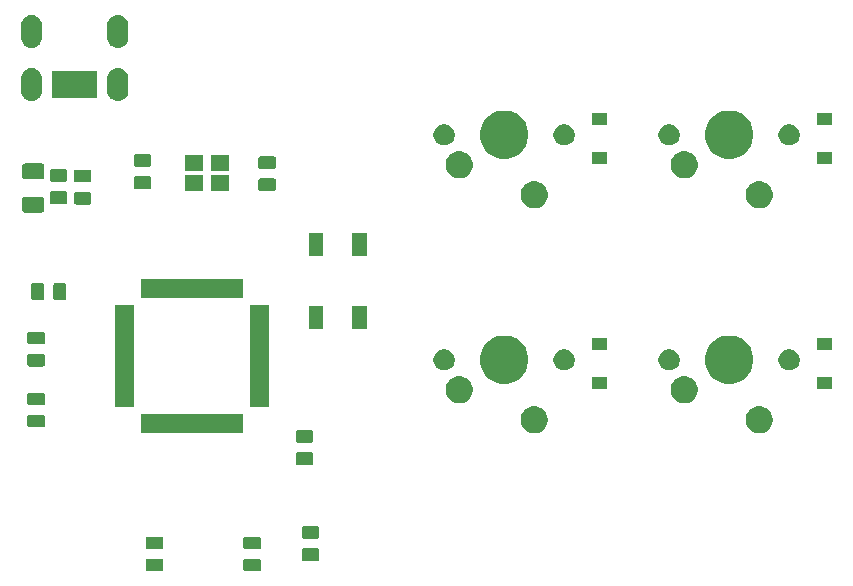
<source format=gbs>
G04 #@! TF.GenerationSoftware,KiCad,Pcbnew,(5.1.5)-3*
G04 #@! TF.CreationDate,2020-04-03T11:19:55-04:00*
G04 #@! TF.ProjectId,Claw10 PCB,436c6177-3130-4205-9043-422e6b696361,rev?*
G04 #@! TF.SameCoordinates,Original*
G04 #@! TF.FileFunction,Soldermask,Bot*
G04 #@! TF.FilePolarity,Negative*
%FSLAX46Y46*%
G04 Gerber Fmt 4.6, Leading zero omitted, Abs format (unit mm)*
G04 Created by KiCad (PCBNEW (5.1.5)-3) date 2020-04-03 11:19:55*
%MOMM*%
%LPD*%
G04 APERTURE LIST*
%ADD10C,0.100000*%
G04 APERTURE END LIST*
D10*
G36*
X62433468Y-64157565D02*
G01*
X62472138Y-64169296D01*
X62507777Y-64188346D01*
X62539017Y-64213983D01*
X62564654Y-64245223D01*
X62583704Y-64280862D01*
X62595435Y-64319532D01*
X62600000Y-64365888D01*
X62600000Y-65017112D01*
X62595435Y-65063468D01*
X62583704Y-65102138D01*
X62564654Y-65137777D01*
X62539017Y-65169017D01*
X62507777Y-65194654D01*
X62472138Y-65213704D01*
X62433468Y-65225435D01*
X62387112Y-65230000D01*
X61310888Y-65230000D01*
X61264532Y-65225435D01*
X61225862Y-65213704D01*
X61190223Y-65194654D01*
X61158983Y-65169017D01*
X61133346Y-65137777D01*
X61114296Y-65102138D01*
X61102565Y-65063468D01*
X61098000Y-65017112D01*
X61098000Y-64365888D01*
X61102565Y-64319532D01*
X61114296Y-64280862D01*
X61133346Y-64245223D01*
X61158983Y-64213983D01*
X61190223Y-64188346D01*
X61225862Y-64169296D01*
X61264532Y-64157565D01*
X61310888Y-64153000D01*
X62387112Y-64153000D01*
X62433468Y-64157565D01*
G37*
G36*
X54178468Y-64157565D02*
G01*
X54217138Y-64169296D01*
X54252777Y-64188346D01*
X54284017Y-64213983D01*
X54309654Y-64245223D01*
X54328704Y-64280862D01*
X54340435Y-64319532D01*
X54345000Y-64365888D01*
X54345000Y-65017112D01*
X54340435Y-65063468D01*
X54328704Y-65102138D01*
X54309654Y-65137777D01*
X54284017Y-65169017D01*
X54252777Y-65194654D01*
X54217138Y-65213704D01*
X54178468Y-65225435D01*
X54132112Y-65230000D01*
X53055888Y-65230000D01*
X53009532Y-65225435D01*
X52970862Y-65213704D01*
X52935223Y-65194654D01*
X52903983Y-65169017D01*
X52878346Y-65137777D01*
X52859296Y-65102138D01*
X52847565Y-65063468D01*
X52843000Y-65017112D01*
X52843000Y-64365888D01*
X52847565Y-64319532D01*
X52859296Y-64280862D01*
X52878346Y-64245223D01*
X52903983Y-64213983D01*
X52935223Y-64188346D01*
X52970862Y-64169296D01*
X53009532Y-64157565D01*
X53055888Y-64153000D01*
X54132112Y-64153000D01*
X54178468Y-64157565D01*
G37*
G36*
X67386468Y-63268565D02*
G01*
X67425138Y-63280296D01*
X67460777Y-63299346D01*
X67492017Y-63324983D01*
X67517654Y-63356223D01*
X67536704Y-63391862D01*
X67548435Y-63430532D01*
X67553000Y-63476888D01*
X67553000Y-64128112D01*
X67548435Y-64174468D01*
X67536704Y-64213138D01*
X67517654Y-64248777D01*
X67492017Y-64280017D01*
X67460777Y-64305654D01*
X67425138Y-64324704D01*
X67386468Y-64336435D01*
X67340112Y-64341000D01*
X66263888Y-64341000D01*
X66217532Y-64336435D01*
X66178862Y-64324704D01*
X66143223Y-64305654D01*
X66111983Y-64280017D01*
X66086346Y-64248777D01*
X66067296Y-64213138D01*
X66055565Y-64174468D01*
X66051000Y-64128112D01*
X66051000Y-63476888D01*
X66055565Y-63430532D01*
X66067296Y-63391862D01*
X66086346Y-63356223D01*
X66111983Y-63324983D01*
X66143223Y-63299346D01*
X66178862Y-63280296D01*
X66217532Y-63268565D01*
X66263888Y-63264000D01*
X67340112Y-63264000D01*
X67386468Y-63268565D01*
G37*
G36*
X54178468Y-62282565D02*
G01*
X54217138Y-62294296D01*
X54252777Y-62313346D01*
X54284017Y-62338983D01*
X54309654Y-62370223D01*
X54328704Y-62405862D01*
X54340435Y-62444532D01*
X54345000Y-62490888D01*
X54345000Y-63142112D01*
X54340435Y-63188468D01*
X54328704Y-63227138D01*
X54309654Y-63262777D01*
X54284017Y-63294017D01*
X54252777Y-63319654D01*
X54217138Y-63338704D01*
X54178468Y-63350435D01*
X54132112Y-63355000D01*
X53055888Y-63355000D01*
X53009532Y-63350435D01*
X52970862Y-63338704D01*
X52935223Y-63319654D01*
X52903983Y-63294017D01*
X52878346Y-63262777D01*
X52859296Y-63227138D01*
X52847565Y-63188468D01*
X52843000Y-63142112D01*
X52843000Y-62490888D01*
X52847565Y-62444532D01*
X52859296Y-62405862D01*
X52878346Y-62370223D01*
X52903983Y-62338983D01*
X52935223Y-62313346D01*
X52970862Y-62294296D01*
X53009532Y-62282565D01*
X53055888Y-62278000D01*
X54132112Y-62278000D01*
X54178468Y-62282565D01*
G37*
G36*
X62433468Y-62282565D02*
G01*
X62472138Y-62294296D01*
X62507777Y-62313346D01*
X62539017Y-62338983D01*
X62564654Y-62370223D01*
X62583704Y-62405862D01*
X62595435Y-62444532D01*
X62600000Y-62490888D01*
X62600000Y-63142112D01*
X62595435Y-63188468D01*
X62583704Y-63227138D01*
X62564654Y-63262777D01*
X62539017Y-63294017D01*
X62507777Y-63319654D01*
X62472138Y-63338704D01*
X62433468Y-63350435D01*
X62387112Y-63355000D01*
X61310888Y-63355000D01*
X61264532Y-63350435D01*
X61225862Y-63338704D01*
X61190223Y-63319654D01*
X61158983Y-63294017D01*
X61133346Y-63262777D01*
X61114296Y-63227138D01*
X61102565Y-63188468D01*
X61098000Y-63142112D01*
X61098000Y-62490888D01*
X61102565Y-62444532D01*
X61114296Y-62405862D01*
X61133346Y-62370223D01*
X61158983Y-62338983D01*
X61190223Y-62313346D01*
X61225862Y-62294296D01*
X61264532Y-62282565D01*
X61310888Y-62278000D01*
X62387112Y-62278000D01*
X62433468Y-62282565D01*
G37*
G36*
X67386468Y-61393565D02*
G01*
X67425138Y-61405296D01*
X67460777Y-61424346D01*
X67492017Y-61449983D01*
X67517654Y-61481223D01*
X67536704Y-61516862D01*
X67548435Y-61555532D01*
X67553000Y-61601888D01*
X67553000Y-62253112D01*
X67548435Y-62299468D01*
X67536704Y-62338138D01*
X67517654Y-62373777D01*
X67492017Y-62405017D01*
X67460777Y-62430654D01*
X67425138Y-62449704D01*
X67386468Y-62461435D01*
X67340112Y-62466000D01*
X66263888Y-62466000D01*
X66217532Y-62461435D01*
X66178862Y-62449704D01*
X66143223Y-62430654D01*
X66111983Y-62405017D01*
X66086346Y-62373777D01*
X66067296Y-62338138D01*
X66055565Y-62299468D01*
X66051000Y-62253112D01*
X66051000Y-61601888D01*
X66055565Y-61555532D01*
X66067296Y-61516862D01*
X66086346Y-61481223D01*
X66111983Y-61449983D01*
X66143223Y-61424346D01*
X66178862Y-61405296D01*
X66217532Y-61393565D01*
X66263888Y-61389000D01*
X67340112Y-61389000D01*
X67386468Y-61393565D01*
G37*
G36*
X66878468Y-55140565D02*
G01*
X66917138Y-55152296D01*
X66952777Y-55171346D01*
X66984017Y-55196983D01*
X67009654Y-55228223D01*
X67028704Y-55263862D01*
X67040435Y-55302532D01*
X67045000Y-55348888D01*
X67045000Y-56000112D01*
X67040435Y-56046468D01*
X67028704Y-56085138D01*
X67009654Y-56120777D01*
X66984017Y-56152017D01*
X66952777Y-56177654D01*
X66917138Y-56196704D01*
X66878468Y-56208435D01*
X66832112Y-56213000D01*
X65755888Y-56213000D01*
X65709532Y-56208435D01*
X65670862Y-56196704D01*
X65635223Y-56177654D01*
X65603983Y-56152017D01*
X65578346Y-56120777D01*
X65559296Y-56085138D01*
X65547565Y-56046468D01*
X65543000Y-56000112D01*
X65543000Y-55348888D01*
X65547565Y-55302532D01*
X65559296Y-55263862D01*
X65578346Y-55228223D01*
X65603983Y-55196983D01*
X65635223Y-55171346D01*
X65670862Y-55152296D01*
X65709532Y-55140565D01*
X65755888Y-55136000D01*
X66832112Y-55136000D01*
X66878468Y-55140565D01*
G37*
G36*
X66878468Y-53265565D02*
G01*
X66917138Y-53277296D01*
X66952777Y-53296346D01*
X66984017Y-53321983D01*
X67009654Y-53353223D01*
X67028704Y-53388862D01*
X67040435Y-53427532D01*
X67045000Y-53473888D01*
X67045000Y-54125112D01*
X67040435Y-54171468D01*
X67028704Y-54210138D01*
X67009654Y-54245777D01*
X66984017Y-54277017D01*
X66952777Y-54302654D01*
X66917138Y-54321704D01*
X66878468Y-54333435D01*
X66832112Y-54338000D01*
X65755888Y-54338000D01*
X65709532Y-54333435D01*
X65670862Y-54321704D01*
X65635223Y-54302654D01*
X65603983Y-54277017D01*
X65578346Y-54245777D01*
X65559296Y-54210138D01*
X65547565Y-54171468D01*
X65543000Y-54125112D01*
X65543000Y-53473888D01*
X65547565Y-53427532D01*
X65559296Y-53388862D01*
X65578346Y-53353223D01*
X65603983Y-53321983D01*
X65635223Y-53296346D01*
X65670862Y-53277296D01*
X65709532Y-53265565D01*
X65755888Y-53261000D01*
X66832112Y-53261000D01*
X66878468Y-53265565D01*
G37*
G36*
X85949549Y-51258616D02*
G01*
X86060734Y-51280732D01*
X86270203Y-51367497D01*
X86458720Y-51493460D01*
X86619040Y-51653780D01*
X86745003Y-51842297D01*
X86826837Y-52039861D01*
X86831768Y-52051767D01*
X86856060Y-52173888D01*
X86876000Y-52274136D01*
X86876000Y-52500864D01*
X86831768Y-52723234D01*
X86745003Y-52932703D01*
X86619040Y-53121220D01*
X86458720Y-53281540D01*
X86270203Y-53407503D01*
X86060734Y-53494268D01*
X85949549Y-53516384D01*
X85838365Y-53538500D01*
X85611635Y-53538500D01*
X85500451Y-53516384D01*
X85389266Y-53494268D01*
X85179797Y-53407503D01*
X84991280Y-53281540D01*
X84830960Y-53121220D01*
X84704997Y-52932703D01*
X84618232Y-52723234D01*
X84574000Y-52500864D01*
X84574000Y-52274136D01*
X84593941Y-52173888D01*
X84618232Y-52051767D01*
X84623164Y-52039861D01*
X84704997Y-51842297D01*
X84830960Y-51653780D01*
X84991280Y-51493460D01*
X85179797Y-51367497D01*
X85389266Y-51280732D01*
X85500451Y-51258616D01*
X85611635Y-51236500D01*
X85838365Y-51236500D01*
X85949549Y-51258616D01*
G37*
G36*
X104999549Y-51258616D02*
G01*
X105110734Y-51280732D01*
X105320203Y-51367497D01*
X105508720Y-51493460D01*
X105669040Y-51653780D01*
X105795003Y-51842297D01*
X105876837Y-52039861D01*
X105881768Y-52051767D01*
X105906060Y-52173888D01*
X105926000Y-52274136D01*
X105926000Y-52500864D01*
X105881768Y-52723234D01*
X105795003Y-52932703D01*
X105669040Y-53121220D01*
X105508720Y-53281540D01*
X105320203Y-53407503D01*
X105110734Y-53494268D01*
X104999549Y-53516384D01*
X104888365Y-53538500D01*
X104661635Y-53538500D01*
X104550451Y-53516384D01*
X104439266Y-53494268D01*
X104229797Y-53407503D01*
X104041280Y-53281540D01*
X103880960Y-53121220D01*
X103754997Y-52932703D01*
X103668232Y-52723234D01*
X103624000Y-52500864D01*
X103624000Y-52274136D01*
X103643941Y-52173888D01*
X103668232Y-52051767D01*
X103673164Y-52039861D01*
X103754997Y-51842297D01*
X103880960Y-51653780D01*
X104041280Y-51493460D01*
X104229797Y-51367497D01*
X104439266Y-51280732D01*
X104550451Y-51258616D01*
X104661635Y-51236500D01*
X104888365Y-51236500D01*
X104999549Y-51258616D01*
G37*
G36*
X61095000Y-53491000D02*
G01*
X52443000Y-53491000D01*
X52443000Y-51889000D01*
X61095000Y-51889000D01*
X61095000Y-53491000D01*
G37*
G36*
X44145468Y-51965565D02*
G01*
X44184138Y-51977296D01*
X44219777Y-51996346D01*
X44251017Y-52021983D01*
X44276654Y-52053223D01*
X44295704Y-52088862D01*
X44307435Y-52127532D01*
X44312000Y-52173888D01*
X44312000Y-52825112D01*
X44307435Y-52871468D01*
X44295704Y-52910138D01*
X44276654Y-52945777D01*
X44251017Y-52977017D01*
X44219777Y-53002654D01*
X44184138Y-53021704D01*
X44145468Y-53033435D01*
X44099112Y-53038000D01*
X43022888Y-53038000D01*
X42976532Y-53033435D01*
X42937862Y-53021704D01*
X42902223Y-53002654D01*
X42870983Y-52977017D01*
X42845346Y-52945777D01*
X42826296Y-52910138D01*
X42814565Y-52871468D01*
X42810000Y-52825112D01*
X42810000Y-52173888D01*
X42814565Y-52127532D01*
X42826296Y-52088862D01*
X42845346Y-52053223D01*
X42870983Y-52021983D01*
X42902223Y-51996346D01*
X42937862Y-51977296D01*
X42976532Y-51965565D01*
X43022888Y-51961000D01*
X44099112Y-51961000D01*
X44145468Y-51965565D01*
G37*
G36*
X63270000Y-51316000D02*
G01*
X61668000Y-51316000D01*
X61668000Y-42664000D01*
X63270000Y-42664000D01*
X63270000Y-51316000D01*
G37*
G36*
X51870000Y-51316000D02*
G01*
X50268000Y-51316000D01*
X50268000Y-42664000D01*
X51870000Y-42664000D01*
X51870000Y-51316000D01*
G37*
G36*
X44145468Y-50090565D02*
G01*
X44184138Y-50102296D01*
X44219777Y-50121346D01*
X44251017Y-50146983D01*
X44276654Y-50178223D01*
X44295704Y-50213862D01*
X44307435Y-50252532D01*
X44312000Y-50298888D01*
X44312000Y-50950112D01*
X44307435Y-50996468D01*
X44295704Y-51035138D01*
X44276654Y-51070777D01*
X44251017Y-51102017D01*
X44219777Y-51127654D01*
X44184138Y-51146704D01*
X44145468Y-51158435D01*
X44099112Y-51163000D01*
X43022888Y-51163000D01*
X42976532Y-51158435D01*
X42937862Y-51146704D01*
X42902223Y-51127654D01*
X42870983Y-51102017D01*
X42845346Y-51070777D01*
X42826296Y-51035138D01*
X42814565Y-50996468D01*
X42810000Y-50950112D01*
X42810000Y-50298888D01*
X42814565Y-50252532D01*
X42826296Y-50213862D01*
X42845346Y-50178223D01*
X42870983Y-50146983D01*
X42902223Y-50121346D01*
X42937862Y-50102296D01*
X42976532Y-50090565D01*
X43022888Y-50086000D01*
X44099112Y-50086000D01*
X44145468Y-50090565D01*
G37*
G36*
X98649549Y-48718616D02*
G01*
X98760734Y-48740732D01*
X98970203Y-48827497D01*
X99158720Y-48953460D01*
X99319040Y-49113780D01*
X99445003Y-49302297D01*
X99531768Y-49511766D01*
X99576000Y-49734136D01*
X99576000Y-49960864D01*
X99531768Y-50183234D01*
X99445003Y-50392703D01*
X99319040Y-50581220D01*
X99158720Y-50741540D01*
X98970203Y-50867503D01*
X98760734Y-50954268D01*
X98649549Y-50976384D01*
X98538365Y-50998500D01*
X98311635Y-50998500D01*
X98200451Y-50976384D01*
X98089266Y-50954268D01*
X97879797Y-50867503D01*
X97691280Y-50741540D01*
X97530960Y-50581220D01*
X97404997Y-50392703D01*
X97318232Y-50183234D01*
X97274000Y-49960864D01*
X97274000Y-49734136D01*
X97318232Y-49511766D01*
X97404997Y-49302297D01*
X97530960Y-49113780D01*
X97691280Y-48953460D01*
X97879797Y-48827497D01*
X98089266Y-48740732D01*
X98200451Y-48718616D01*
X98311635Y-48696500D01*
X98538365Y-48696500D01*
X98649549Y-48718616D01*
G37*
G36*
X79599549Y-48718616D02*
G01*
X79710734Y-48740732D01*
X79920203Y-48827497D01*
X80108720Y-48953460D01*
X80269040Y-49113780D01*
X80395003Y-49302297D01*
X80481768Y-49511766D01*
X80526000Y-49734136D01*
X80526000Y-49960864D01*
X80481768Y-50183234D01*
X80395003Y-50392703D01*
X80269040Y-50581220D01*
X80108720Y-50741540D01*
X79920203Y-50867503D01*
X79710734Y-50954268D01*
X79599549Y-50976384D01*
X79488365Y-50998500D01*
X79261635Y-50998500D01*
X79150451Y-50976384D01*
X79039266Y-50954268D01*
X78829797Y-50867503D01*
X78641280Y-50741540D01*
X78480960Y-50581220D01*
X78354997Y-50392703D01*
X78268232Y-50183234D01*
X78224000Y-49960864D01*
X78224000Y-49734136D01*
X78268232Y-49511766D01*
X78354997Y-49302297D01*
X78480960Y-49113780D01*
X78641280Y-48953460D01*
X78829797Y-48827497D01*
X79039266Y-48740732D01*
X79150451Y-48718616D01*
X79261635Y-48696500D01*
X79488365Y-48696500D01*
X79599549Y-48718616D01*
G37*
G36*
X110982250Y-49776000D02*
G01*
X109680250Y-49776000D01*
X109680250Y-48774000D01*
X110982250Y-48774000D01*
X110982250Y-49776000D01*
G37*
G36*
X91932250Y-49776000D02*
G01*
X90630250Y-49776000D01*
X90630250Y-48774000D01*
X91932250Y-48774000D01*
X91932250Y-49776000D01*
G37*
G36*
X83783254Y-45335318D02*
G01*
X84118062Y-45474000D01*
X84156513Y-45489927D01*
X84492436Y-45714384D01*
X84778116Y-46000064D01*
X85002574Y-46335989D01*
X85157182Y-46709246D01*
X85236000Y-47105493D01*
X85236000Y-47509507D01*
X85157182Y-47905754D01*
X85008792Y-48264000D01*
X85002573Y-48279013D01*
X84778116Y-48614936D01*
X84492436Y-48900616D01*
X84156513Y-49125073D01*
X84156512Y-49125074D01*
X84156511Y-49125074D01*
X83783254Y-49279682D01*
X83387007Y-49358500D01*
X82982993Y-49358500D01*
X82586746Y-49279682D01*
X82213489Y-49125074D01*
X82213488Y-49125074D01*
X82213487Y-49125073D01*
X81877564Y-48900616D01*
X81591884Y-48614936D01*
X81367427Y-48279013D01*
X81361208Y-48264000D01*
X81212818Y-47905754D01*
X81134000Y-47509507D01*
X81134000Y-47105493D01*
X81212818Y-46709246D01*
X81367426Y-46335989D01*
X81591884Y-46000064D01*
X81877564Y-45714384D01*
X82213487Y-45489927D01*
X82251938Y-45474000D01*
X82586746Y-45335318D01*
X82982993Y-45256500D01*
X83387007Y-45256500D01*
X83783254Y-45335318D01*
G37*
G36*
X102833254Y-45335318D02*
G01*
X103168062Y-45474000D01*
X103206513Y-45489927D01*
X103542436Y-45714384D01*
X103828116Y-46000064D01*
X104052574Y-46335989D01*
X104207182Y-46709246D01*
X104286000Y-47105493D01*
X104286000Y-47509507D01*
X104207182Y-47905754D01*
X104058792Y-48264000D01*
X104052573Y-48279013D01*
X103828116Y-48614936D01*
X103542436Y-48900616D01*
X103206513Y-49125073D01*
X103206512Y-49125074D01*
X103206511Y-49125074D01*
X102833254Y-49279682D01*
X102437007Y-49358500D01*
X102032993Y-49358500D01*
X101636746Y-49279682D01*
X101263489Y-49125074D01*
X101263488Y-49125074D01*
X101263487Y-49125073D01*
X100927564Y-48900616D01*
X100641884Y-48614936D01*
X100417427Y-48279013D01*
X100411208Y-48264000D01*
X100262818Y-47905754D01*
X100184000Y-47509507D01*
X100184000Y-47105493D01*
X100262818Y-46709246D01*
X100417426Y-46335989D01*
X100641884Y-46000064D01*
X100927564Y-45714384D01*
X101263487Y-45489927D01*
X101301938Y-45474000D01*
X101636746Y-45335318D01*
X102032993Y-45256500D01*
X102437007Y-45256500D01*
X102833254Y-45335318D01*
G37*
G36*
X97268512Y-46411427D02*
G01*
X97417812Y-46441124D01*
X97581784Y-46509044D01*
X97729354Y-46607647D01*
X97854853Y-46733146D01*
X97953456Y-46880716D01*
X98021376Y-47044688D01*
X98056000Y-47218759D01*
X98056000Y-47396241D01*
X98021376Y-47570312D01*
X97953456Y-47734284D01*
X97854853Y-47881854D01*
X97729354Y-48007353D01*
X97581784Y-48105956D01*
X97417812Y-48173876D01*
X97268512Y-48203573D01*
X97243742Y-48208500D01*
X97066258Y-48208500D01*
X97041488Y-48203573D01*
X96892188Y-48173876D01*
X96728216Y-48105956D01*
X96580646Y-48007353D01*
X96455147Y-47881854D01*
X96356544Y-47734284D01*
X96288624Y-47570312D01*
X96254000Y-47396241D01*
X96254000Y-47218759D01*
X96288624Y-47044688D01*
X96356544Y-46880716D01*
X96455147Y-46733146D01*
X96580646Y-46607647D01*
X96728216Y-46509044D01*
X96892188Y-46441124D01*
X97041488Y-46411427D01*
X97066258Y-46406500D01*
X97243742Y-46406500D01*
X97268512Y-46411427D01*
G37*
G36*
X107428512Y-46411427D02*
G01*
X107577812Y-46441124D01*
X107741784Y-46509044D01*
X107889354Y-46607647D01*
X108014853Y-46733146D01*
X108113456Y-46880716D01*
X108181376Y-47044688D01*
X108216000Y-47218759D01*
X108216000Y-47396241D01*
X108181376Y-47570312D01*
X108113456Y-47734284D01*
X108014853Y-47881854D01*
X107889354Y-48007353D01*
X107741784Y-48105956D01*
X107577812Y-48173876D01*
X107428512Y-48203573D01*
X107403742Y-48208500D01*
X107226258Y-48208500D01*
X107201488Y-48203573D01*
X107052188Y-48173876D01*
X106888216Y-48105956D01*
X106740646Y-48007353D01*
X106615147Y-47881854D01*
X106516544Y-47734284D01*
X106448624Y-47570312D01*
X106414000Y-47396241D01*
X106414000Y-47218759D01*
X106448624Y-47044688D01*
X106516544Y-46880716D01*
X106615147Y-46733146D01*
X106740646Y-46607647D01*
X106888216Y-46509044D01*
X107052188Y-46441124D01*
X107201488Y-46411427D01*
X107226258Y-46406500D01*
X107403742Y-46406500D01*
X107428512Y-46411427D01*
G37*
G36*
X88378512Y-46411427D02*
G01*
X88527812Y-46441124D01*
X88691784Y-46509044D01*
X88839354Y-46607647D01*
X88964853Y-46733146D01*
X89063456Y-46880716D01*
X89131376Y-47044688D01*
X89166000Y-47218759D01*
X89166000Y-47396241D01*
X89131376Y-47570312D01*
X89063456Y-47734284D01*
X88964853Y-47881854D01*
X88839354Y-48007353D01*
X88691784Y-48105956D01*
X88527812Y-48173876D01*
X88378512Y-48203573D01*
X88353742Y-48208500D01*
X88176258Y-48208500D01*
X88151488Y-48203573D01*
X88002188Y-48173876D01*
X87838216Y-48105956D01*
X87690646Y-48007353D01*
X87565147Y-47881854D01*
X87466544Y-47734284D01*
X87398624Y-47570312D01*
X87364000Y-47396241D01*
X87364000Y-47218759D01*
X87398624Y-47044688D01*
X87466544Y-46880716D01*
X87565147Y-46733146D01*
X87690646Y-46607647D01*
X87838216Y-46509044D01*
X88002188Y-46441124D01*
X88151488Y-46411427D01*
X88176258Y-46406500D01*
X88353742Y-46406500D01*
X88378512Y-46411427D01*
G37*
G36*
X78218512Y-46411427D02*
G01*
X78367812Y-46441124D01*
X78531784Y-46509044D01*
X78679354Y-46607647D01*
X78804853Y-46733146D01*
X78903456Y-46880716D01*
X78971376Y-47044688D01*
X79006000Y-47218759D01*
X79006000Y-47396241D01*
X78971376Y-47570312D01*
X78903456Y-47734284D01*
X78804853Y-47881854D01*
X78679354Y-48007353D01*
X78531784Y-48105956D01*
X78367812Y-48173876D01*
X78218512Y-48203573D01*
X78193742Y-48208500D01*
X78016258Y-48208500D01*
X77991488Y-48203573D01*
X77842188Y-48173876D01*
X77678216Y-48105956D01*
X77530646Y-48007353D01*
X77405147Y-47881854D01*
X77306544Y-47734284D01*
X77238624Y-47570312D01*
X77204000Y-47396241D01*
X77204000Y-47218759D01*
X77238624Y-47044688D01*
X77306544Y-46880716D01*
X77405147Y-46733146D01*
X77530646Y-46607647D01*
X77678216Y-46509044D01*
X77842188Y-46441124D01*
X77991488Y-46411427D01*
X78016258Y-46406500D01*
X78193742Y-46406500D01*
X78218512Y-46411427D01*
G37*
G36*
X44145468Y-46807065D02*
G01*
X44184138Y-46818796D01*
X44219777Y-46837846D01*
X44251017Y-46863483D01*
X44276654Y-46894723D01*
X44295704Y-46930362D01*
X44307435Y-46969032D01*
X44312000Y-47015388D01*
X44312000Y-47666612D01*
X44307435Y-47712968D01*
X44295704Y-47751638D01*
X44276654Y-47787277D01*
X44251017Y-47818517D01*
X44219777Y-47844154D01*
X44184138Y-47863204D01*
X44145468Y-47874935D01*
X44099112Y-47879500D01*
X43022888Y-47879500D01*
X42976532Y-47874935D01*
X42937862Y-47863204D01*
X42902223Y-47844154D01*
X42870983Y-47818517D01*
X42845346Y-47787277D01*
X42826296Y-47751638D01*
X42814565Y-47712968D01*
X42810000Y-47666612D01*
X42810000Y-47015388D01*
X42814565Y-46969032D01*
X42826296Y-46930362D01*
X42845346Y-46894723D01*
X42870983Y-46863483D01*
X42902223Y-46837846D01*
X42937862Y-46818796D01*
X42976532Y-46807065D01*
X43022888Y-46802500D01*
X44099112Y-46802500D01*
X44145468Y-46807065D01*
G37*
G36*
X91932250Y-46476000D02*
G01*
X90630250Y-46476000D01*
X90630250Y-45474000D01*
X91932250Y-45474000D01*
X91932250Y-46476000D01*
G37*
G36*
X110982250Y-46476000D02*
G01*
X109680250Y-46476000D01*
X109680250Y-45474000D01*
X110982250Y-45474000D01*
X110982250Y-46476000D01*
G37*
G36*
X44145468Y-44932065D02*
G01*
X44184138Y-44943796D01*
X44219777Y-44962846D01*
X44251017Y-44988483D01*
X44276654Y-45019723D01*
X44295704Y-45055362D01*
X44307435Y-45094032D01*
X44312000Y-45140388D01*
X44312000Y-45791612D01*
X44307435Y-45837968D01*
X44295704Y-45876638D01*
X44276654Y-45912277D01*
X44251017Y-45943517D01*
X44219777Y-45969154D01*
X44184138Y-45988204D01*
X44145468Y-45999935D01*
X44099112Y-46004500D01*
X43022888Y-46004500D01*
X42976532Y-45999935D01*
X42937862Y-45988204D01*
X42902223Y-45969154D01*
X42870983Y-45943517D01*
X42845346Y-45912277D01*
X42826296Y-45876638D01*
X42814565Y-45837968D01*
X42810000Y-45791612D01*
X42810000Y-45140388D01*
X42814565Y-45094032D01*
X42826296Y-45055362D01*
X42845346Y-45019723D01*
X42870983Y-44988483D01*
X42902223Y-44962846D01*
X42937862Y-44943796D01*
X42976532Y-44932065D01*
X43022888Y-44927500D01*
X44099112Y-44927500D01*
X44145468Y-44932065D01*
G37*
G36*
X71539000Y-44691000D02*
G01*
X70337000Y-44691000D01*
X70337000Y-42789000D01*
X71539000Y-42789000D01*
X71539000Y-44691000D01*
G37*
G36*
X67839000Y-44691000D02*
G01*
X66637000Y-44691000D01*
X66637000Y-42789000D01*
X67839000Y-42789000D01*
X67839000Y-44691000D01*
G37*
G36*
X45934968Y-40782565D02*
G01*
X45973638Y-40794296D01*
X46009277Y-40813346D01*
X46040517Y-40838983D01*
X46066154Y-40870223D01*
X46085204Y-40905862D01*
X46096935Y-40944532D01*
X46101500Y-40990888D01*
X46101500Y-42067112D01*
X46096935Y-42113468D01*
X46085204Y-42152138D01*
X46066154Y-42187777D01*
X46040517Y-42219017D01*
X46009277Y-42244654D01*
X45973638Y-42263704D01*
X45934968Y-42275435D01*
X45888612Y-42280000D01*
X45237388Y-42280000D01*
X45191032Y-42275435D01*
X45152362Y-42263704D01*
X45116723Y-42244654D01*
X45085483Y-42219017D01*
X45059846Y-42187777D01*
X45040796Y-42152138D01*
X45029065Y-42113468D01*
X45024500Y-42067112D01*
X45024500Y-40990888D01*
X45029065Y-40944532D01*
X45040796Y-40905862D01*
X45059846Y-40870223D01*
X45085483Y-40838983D01*
X45116723Y-40813346D01*
X45152362Y-40794296D01*
X45191032Y-40782565D01*
X45237388Y-40778000D01*
X45888612Y-40778000D01*
X45934968Y-40782565D01*
G37*
G36*
X44059968Y-40782565D02*
G01*
X44098638Y-40794296D01*
X44134277Y-40813346D01*
X44165517Y-40838983D01*
X44191154Y-40870223D01*
X44210204Y-40905862D01*
X44221935Y-40944532D01*
X44226500Y-40990888D01*
X44226500Y-42067112D01*
X44221935Y-42113468D01*
X44210204Y-42152138D01*
X44191154Y-42187777D01*
X44165517Y-42219017D01*
X44134277Y-42244654D01*
X44098638Y-42263704D01*
X44059968Y-42275435D01*
X44013612Y-42280000D01*
X43362388Y-42280000D01*
X43316032Y-42275435D01*
X43277362Y-42263704D01*
X43241723Y-42244654D01*
X43210483Y-42219017D01*
X43184846Y-42187777D01*
X43165796Y-42152138D01*
X43154065Y-42113468D01*
X43149500Y-42067112D01*
X43149500Y-40990888D01*
X43154065Y-40944532D01*
X43165796Y-40905862D01*
X43184846Y-40870223D01*
X43210483Y-40838983D01*
X43241723Y-40813346D01*
X43277362Y-40794296D01*
X43316032Y-40782565D01*
X43362388Y-40778000D01*
X44013612Y-40778000D01*
X44059968Y-40782565D01*
G37*
G36*
X61095000Y-42091000D02*
G01*
X52443000Y-42091000D01*
X52443000Y-40489000D01*
X61095000Y-40489000D01*
X61095000Y-42091000D01*
G37*
G36*
X71539000Y-38491000D02*
G01*
X70337000Y-38491000D01*
X70337000Y-36589000D01*
X71539000Y-36589000D01*
X71539000Y-38491000D01*
G37*
G36*
X67839000Y-38491000D02*
G01*
X66637000Y-38491000D01*
X66637000Y-36589000D01*
X67839000Y-36589000D01*
X67839000Y-38491000D01*
G37*
G36*
X44075604Y-33491347D02*
G01*
X44112144Y-33502432D01*
X44145821Y-33520433D01*
X44175341Y-33544659D01*
X44199567Y-33574179D01*
X44217568Y-33607856D01*
X44228653Y-33644396D01*
X44233000Y-33688538D01*
X44233000Y-34637462D01*
X44228653Y-34681604D01*
X44217568Y-34718144D01*
X44199567Y-34751821D01*
X44175341Y-34781341D01*
X44145821Y-34805567D01*
X44112144Y-34823568D01*
X44075604Y-34834653D01*
X44031462Y-34839000D01*
X42582538Y-34839000D01*
X42538396Y-34834653D01*
X42501856Y-34823568D01*
X42468179Y-34805567D01*
X42438659Y-34781341D01*
X42414433Y-34751821D01*
X42396432Y-34718144D01*
X42385347Y-34681604D01*
X42381000Y-34637462D01*
X42381000Y-33688538D01*
X42385347Y-33644396D01*
X42396432Y-33607856D01*
X42414433Y-33574179D01*
X42438659Y-33544659D01*
X42468179Y-33520433D01*
X42501856Y-33502432D01*
X42538396Y-33491347D01*
X42582538Y-33487000D01*
X44031462Y-33487000D01*
X44075604Y-33491347D01*
G37*
G36*
X85929631Y-32204654D02*
G01*
X86060734Y-32230732D01*
X86270203Y-32317497D01*
X86458720Y-32443460D01*
X86619040Y-32603780D01*
X86745003Y-32792297D01*
X86831768Y-33001766D01*
X86842217Y-33054296D01*
X86876000Y-33224135D01*
X86876000Y-33450865D01*
X86867779Y-33492196D01*
X86831768Y-33673234D01*
X86818756Y-33704648D01*
X86760310Y-33845750D01*
X86745003Y-33882703D01*
X86619040Y-34071220D01*
X86458720Y-34231540D01*
X86270203Y-34357503D01*
X86060734Y-34444268D01*
X85949549Y-34466384D01*
X85838365Y-34488500D01*
X85611635Y-34488500D01*
X85500451Y-34466384D01*
X85389266Y-34444268D01*
X85179797Y-34357503D01*
X84991280Y-34231540D01*
X84830960Y-34071220D01*
X84704997Y-33882703D01*
X84689691Y-33845750D01*
X84631244Y-33704648D01*
X84618232Y-33673234D01*
X84582221Y-33492196D01*
X84574000Y-33450865D01*
X84574000Y-33224135D01*
X84607783Y-33054296D01*
X84618232Y-33001766D01*
X84704997Y-32792297D01*
X84830960Y-32603780D01*
X84991280Y-32443460D01*
X85179797Y-32317497D01*
X85389266Y-32230732D01*
X85520369Y-32204654D01*
X85611635Y-32186500D01*
X85838365Y-32186500D01*
X85929631Y-32204654D01*
G37*
G36*
X104979631Y-32204654D02*
G01*
X105110734Y-32230732D01*
X105320203Y-32317497D01*
X105508720Y-32443460D01*
X105669040Y-32603780D01*
X105795003Y-32792297D01*
X105881768Y-33001766D01*
X105892217Y-33054296D01*
X105926000Y-33224135D01*
X105926000Y-33450865D01*
X105917779Y-33492196D01*
X105881768Y-33673234D01*
X105868756Y-33704648D01*
X105810310Y-33845750D01*
X105795003Y-33882703D01*
X105669040Y-34071220D01*
X105508720Y-34231540D01*
X105320203Y-34357503D01*
X105110734Y-34444268D01*
X104999549Y-34466384D01*
X104888365Y-34488500D01*
X104661635Y-34488500D01*
X104550451Y-34466384D01*
X104439266Y-34444268D01*
X104229797Y-34357503D01*
X104041280Y-34231540D01*
X103880960Y-34071220D01*
X103754997Y-33882703D01*
X103739691Y-33845750D01*
X103681244Y-33704648D01*
X103668232Y-33673234D01*
X103632221Y-33492196D01*
X103624000Y-33450865D01*
X103624000Y-33224135D01*
X103657783Y-33054296D01*
X103668232Y-33001766D01*
X103754997Y-32792297D01*
X103880960Y-32603780D01*
X104041280Y-32443460D01*
X104229797Y-32317497D01*
X104439266Y-32230732D01*
X104570369Y-32204654D01*
X104661635Y-32186500D01*
X104888365Y-32186500D01*
X104979631Y-32204654D01*
G37*
G36*
X48082468Y-33091065D02*
G01*
X48121138Y-33102796D01*
X48156777Y-33121846D01*
X48188017Y-33147483D01*
X48213654Y-33178723D01*
X48232704Y-33214362D01*
X48244435Y-33253032D01*
X48249000Y-33299388D01*
X48249000Y-33950612D01*
X48244435Y-33996968D01*
X48232704Y-34035638D01*
X48213654Y-34071277D01*
X48188017Y-34102517D01*
X48156777Y-34128154D01*
X48121138Y-34147204D01*
X48082468Y-34158935D01*
X48036112Y-34163500D01*
X46959888Y-34163500D01*
X46913532Y-34158935D01*
X46874862Y-34147204D01*
X46839223Y-34128154D01*
X46807983Y-34102517D01*
X46782346Y-34071277D01*
X46763296Y-34035638D01*
X46751565Y-33996968D01*
X46747000Y-33950612D01*
X46747000Y-33299388D01*
X46751565Y-33253032D01*
X46763296Y-33214362D01*
X46782346Y-33178723D01*
X46807983Y-33147483D01*
X46839223Y-33121846D01*
X46874862Y-33102796D01*
X46913532Y-33091065D01*
X46959888Y-33086500D01*
X48036112Y-33086500D01*
X48082468Y-33091065D01*
G37*
G36*
X46050468Y-33042565D02*
G01*
X46089138Y-33054296D01*
X46124777Y-33073346D01*
X46156017Y-33098983D01*
X46181654Y-33130223D01*
X46200704Y-33165862D01*
X46212435Y-33204532D01*
X46217000Y-33250888D01*
X46217000Y-33902112D01*
X46212435Y-33948468D01*
X46200704Y-33987138D01*
X46181654Y-34022777D01*
X46156017Y-34054017D01*
X46124777Y-34079654D01*
X46089138Y-34098704D01*
X46050468Y-34110435D01*
X46004112Y-34115000D01*
X44927888Y-34115000D01*
X44881532Y-34110435D01*
X44842862Y-34098704D01*
X44807223Y-34079654D01*
X44775983Y-34054017D01*
X44750346Y-34022777D01*
X44731296Y-33987138D01*
X44719565Y-33948468D01*
X44715000Y-33902112D01*
X44715000Y-33250888D01*
X44719565Y-33204532D01*
X44731296Y-33165862D01*
X44750346Y-33130223D01*
X44775983Y-33098983D01*
X44807223Y-33073346D01*
X44842862Y-33054296D01*
X44881532Y-33042565D01*
X44927888Y-33038000D01*
X46004112Y-33038000D01*
X46050468Y-33042565D01*
G37*
G36*
X63703468Y-31948065D02*
G01*
X63742138Y-31959796D01*
X63777777Y-31978846D01*
X63809017Y-32004483D01*
X63834654Y-32035723D01*
X63853704Y-32071362D01*
X63865435Y-32110032D01*
X63870000Y-32156388D01*
X63870000Y-32807612D01*
X63865435Y-32853968D01*
X63853704Y-32892638D01*
X63834654Y-32928277D01*
X63809017Y-32959517D01*
X63777777Y-32985154D01*
X63742138Y-33004204D01*
X63703468Y-33015935D01*
X63657112Y-33020500D01*
X62580888Y-33020500D01*
X62534532Y-33015935D01*
X62495862Y-33004204D01*
X62460223Y-32985154D01*
X62428983Y-32959517D01*
X62403346Y-32928277D01*
X62384296Y-32892638D01*
X62372565Y-32853968D01*
X62368000Y-32807612D01*
X62368000Y-32156388D01*
X62372565Y-32110032D01*
X62384296Y-32071362D01*
X62403346Y-32035723D01*
X62428983Y-32004483D01*
X62460223Y-31978846D01*
X62495862Y-31959796D01*
X62534532Y-31948065D01*
X62580888Y-31943500D01*
X63657112Y-31943500D01*
X63703468Y-31948065D01*
G37*
G36*
X57690000Y-32997000D02*
G01*
X56188000Y-32997000D01*
X56188000Y-31695000D01*
X57690000Y-31695000D01*
X57690000Y-32997000D01*
G37*
G36*
X59890000Y-32997000D02*
G01*
X58388000Y-32997000D01*
X58388000Y-31695000D01*
X59890000Y-31695000D01*
X59890000Y-32997000D01*
G37*
G36*
X53162468Y-31772565D02*
G01*
X53201138Y-31784296D01*
X53236777Y-31803346D01*
X53268017Y-31828983D01*
X53293654Y-31860223D01*
X53312704Y-31895862D01*
X53324435Y-31934532D01*
X53329000Y-31980888D01*
X53329000Y-32632112D01*
X53324435Y-32678468D01*
X53312704Y-32717138D01*
X53293654Y-32752777D01*
X53268017Y-32784017D01*
X53236777Y-32809654D01*
X53201138Y-32828704D01*
X53162468Y-32840435D01*
X53116112Y-32845000D01*
X52039888Y-32845000D01*
X51993532Y-32840435D01*
X51954862Y-32828704D01*
X51919223Y-32809654D01*
X51887983Y-32784017D01*
X51862346Y-32752777D01*
X51843296Y-32717138D01*
X51831565Y-32678468D01*
X51827000Y-32632112D01*
X51827000Y-31980888D01*
X51831565Y-31934532D01*
X51843296Y-31895862D01*
X51862346Y-31860223D01*
X51887983Y-31828983D01*
X51919223Y-31803346D01*
X51954862Y-31784296D01*
X51993532Y-31772565D01*
X52039888Y-31768000D01*
X53116112Y-31768000D01*
X53162468Y-31772565D01*
G37*
G36*
X48082468Y-31216065D02*
G01*
X48121138Y-31227796D01*
X48156777Y-31246846D01*
X48188017Y-31272483D01*
X48213654Y-31303723D01*
X48232704Y-31339362D01*
X48244435Y-31378032D01*
X48249000Y-31424388D01*
X48249000Y-32075612D01*
X48244435Y-32121968D01*
X48232704Y-32160638D01*
X48213654Y-32196277D01*
X48188017Y-32227517D01*
X48156777Y-32253154D01*
X48121138Y-32272204D01*
X48082468Y-32283935D01*
X48036112Y-32288500D01*
X46959888Y-32288500D01*
X46913532Y-32283935D01*
X46874862Y-32272204D01*
X46839223Y-32253154D01*
X46807983Y-32227517D01*
X46782346Y-32196277D01*
X46763296Y-32160638D01*
X46751565Y-32121968D01*
X46747000Y-32075612D01*
X46747000Y-31424388D01*
X46751565Y-31378032D01*
X46763296Y-31339362D01*
X46782346Y-31303723D01*
X46807983Y-31272483D01*
X46839223Y-31246846D01*
X46874862Y-31227796D01*
X46913532Y-31216065D01*
X46959888Y-31211500D01*
X48036112Y-31211500D01*
X48082468Y-31216065D01*
G37*
G36*
X46050468Y-31167565D02*
G01*
X46089138Y-31179296D01*
X46124777Y-31198346D01*
X46156017Y-31223983D01*
X46181654Y-31255223D01*
X46200704Y-31290862D01*
X46212435Y-31329532D01*
X46217000Y-31375888D01*
X46217000Y-32027112D01*
X46212435Y-32073468D01*
X46200704Y-32112138D01*
X46181654Y-32147777D01*
X46156017Y-32179017D01*
X46124777Y-32204654D01*
X46089138Y-32223704D01*
X46050468Y-32235435D01*
X46004112Y-32240000D01*
X44927888Y-32240000D01*
X44881532Y-32235435D01*
X44842862Y-32223704D01*
X44807223Y-32204654D01*
X44775983Y-32179017D01*
X44750346Y-32147777D01*
X44731296Y-32112138D01*
X44719565Y-32073468D01*
X44715000Y-32027112D01*
X44715000Y-31375888D01*
X44719565Y-31329532D01*
X44731296Y-31290862D01*
X44750346Y-31255223D01*
X44775983Y-31223983D01*
X44807223Y-31198346D01*
X44842862Y-31179296D01*
X44881532Y-31167565D01*
X44927888Y-31163000D01*
X46004112Y-31163000D01*
X46050468Y-31167565D01*
G37*
G36*
X44075604Y-30691347D02*
G01*
X44112144Y-30702432D01*
X44145821Y-30720433D01*
X44175341Y-30744659D01*
X44199567Y-30774179D01*
X44217568Y-30807856D01*
X44228653Y-30844396D01*
X44233000Y-30888538D01*
X44233000Y-31837462D01*
X44228653Y-31881604D01*
X44217568Y-31918144D01*
X44199567Y-31951821D01*
X44175341Y-31981341D01*
X44145821Y-32005567D01*
X44112144Y-32023568D01*
X44075604Y-32034653D01*
X44031462Y-32039000D01*
X42582538Y-32039000D01*
X42538396Y-32034653D01*
X42501856Y-32023568D01*
X42468179Y-32005567D01*
X42438659Y-31981341D01*
X42414433Y-31951821D01*
X42396432Y-31918144D01*
X42385347Y-31881604D01*
X42381000Y-31837462D01*
X42381000Y-30888538D01*
X42385347Y-30844396D01*
X42396432Y-30807856D01*
X42414433Y-30774179D01*
X42438659Y-30744659D01*
X42468179Y-30720433D01*
X42501856Y-30702432D01*
X42538396Y-30691347D01*
X42582538Y-30687000D01*
X44031462Y-30687000D01*
X44075604Y-30691347D01*
G37*
G36*
X79599549Y-29668616D02*
G01*
X79710734Y-29690732D01*
X79920203Y-29777497D01*
X80108720Y-29903460D01*
X80269040Y-30063780D01*
X80352150Y-30188163D01*
X80395004Y-30252299D01*
X80481768Y-30461767D01*
X80526000Y-30684135D01*
X80526000Y-30910865D01*
X80515266Y-30964826D01*
X80481768Y-31133234D01*
X80395003Y-31342703D01*
X80269040Y-31531220D01*
X80108720Y-31691540D01*
X79920203Y-31817503D01*
X79710734Y-31904268D01*
X79599549Y-31926384D01*
X79488365Y-31948500D01*
X79261635Y-31948500D01*
X79150451Y-31926384D01*
X79039266Y-31904268D01*
X78829797Y-31817503D01*
X78641280Y-31691540D01*
X78480960Y-31531220D01*
X78354997Y-31342703D01*
X78268232Y-31133234D01*
X78234734Y-30964826D01*
X78224000Y-30910865D01*
X78224000Y-30684135D01*
X78268232Y-30461767D01*
X78354996Y-30252299D01*
X78397850Y-30188163D01*
X78480960Y-30063780D01*
X78641280Y-29903460D01*
X78829797Y-29777497D01*
X79039266Y-29690732D01*
X79150451Y-29668616D01*
X79261635Y-29646500D01*
X79488365Y-29646500D01*
X79599549Y-29668616D01*
G37*
G36*
X98649549Y-29668616D02*
G01*
X98760734Y-29690732D01*
X98970203Y-29777497D01*
X99158720Y-29903460D01*
X99319040Y-30063780D01*
X99402150Y-30188163D01*
X99445004Y-30252299D01*
X99531768Y-30461767D01*
X99576000Y-30684135D01*
X99576000Y-30910865D01*
X99565266Y-30964826D01*
X99531768Y-31133234D01*
X99445003Y-31342703D01*
X99319040Y-31531220D01*
X99158720Y-31691540D01*
X98970203Y-31817503D01*
X98760734Y-31904268D01*
X98649549Y-31926384D01*
X98538365Y-31948500D01*
X98311635Y-31948500D01*
X98200451Y-31926384D01*
X98089266Y-31904268D01*
X97879797Y-31817503D01*
X97691280Y-31691540D01*
X97530960Y-31531220D01*
X97404997Y-31342703D01*
X97318232Y-31133234D01*
X97284734Y-30964826D01*
X97274000Y-30910865D01*
X97274000Y-30684135D01*
X97318232Y-30461767D01*
X97404996Y-30252299D01*
X97447850Y-30188163D01*
X97530960Y-30063780D01*
X97691280Y-29903460D01*
X97879797Y-29777497D01*
X98089266Y-29690732D01*
X98200451Y-29668616D01*
X98311635Y-29646500D01*
X98538365Y-29646500D01*
X98649549Y-29668616D01*
G37*
G36*
X57690000Y-31297000D02*
G01*
X56188000Y-31297000D01*
X56188000Y-29995000D01*
X57690000Y-29995000D01*
X57690000Y-31297000D01*
G37*
G36*
X59890000Y-31297000D02*
G01*
X58388000Y-31297000D01*
X58388000Y-29995000D01*
X59890000Y-29995000D01*
X59890000Y-31297000D01*
G37*
G36*
X63703468Y-30073065D02*
G01*
X63742138Y-30084796D01*
X63777777Y-30103846D01*
X63809017Y-30129483D01*
X63834654Y-30160723D01*
X63853704Y-30196362D01*
X63865435Y-30235032D01*
X63870000Y-30281388D01*
X63870000Y-30932612D01*
X63865435Y-30978968D01*
X63853704Y-31017638D01*
X63834654Y-31053277D01*
X63809017Y-31084517D01*
X63777777Y-31110154D01*
X63742138Y-31129204D01*
X63703468Y-31140935D01*
X63657112Y-31145500D01*
X62580888Y-31145500D01*
X62534532Y-31140935D01*
X62495862Y-31129204D01*
X62460223Y-31110154D01*
X62428983Y-31084517D01*
X62403346Y-31053277D01*
X62384296Y-31017638D01*
X62372565Y-30978968D01*
X62368000Y-30932612D01*
X62368000Y-30281388D01*
X62372565Y-30235032D01*
X62384296Y-30196362D01*
X62403346Y-30160723D01*
X62428983Y-30129483D01*
X62460223Y-30103846D01*
X62495862Y-30084796D01*
X62534532Y-30073065D01*
X62580888Y-30068500D01*
X63657112Y-30068500D01*
X63703468Y-30073065D01*
G37*
G36*
X53162468Y-29897565D02*
G01*
X53201138Y-29909296D01*
X53236777Y-29928346D01*
X53268017Y-29953983D01*
X53293654Y-29985223D01*
X53312704Y-30020862D01*
X53324435Y-30059532D01*
X53329000Y-30105888D01*
X53329000Y-30757112D01*
X53324435Y-30803468D01*
X53312704Y-30842138D01*
X53293654Y-30877777D01*
X53268017Y-30909017D01*
X53236777Y-30934654D01*
X53201138Y-30953704D01*
X53162468Y-30965435D01*
X53116112Y-30970000D01*
X52039888Y-30970000D01*
X51993532Y-30965435D01*
X51954862Y-30953704D01*
X51919223Y-30934654D01*
X51887983Y-30909017D01*
X51862346Y-30877777D01*
X51843296Y-30842138D01*
X51831565Y-30803468D01*
X51827000Y-30757112D01*
X51827000Y-30105888D01*
X51831565Y-30059532D01*
X51843296Y-30020862D01*
X51862346Y-29985223D01*
X51887983Y-29953983D01*
X51919223Y-29928346D01*
X51954862Y-29909296D01*
X51993532Y-29897565D01*
X52039888Y-29893000D01*
X53116112Y-29893000D01*
X53162468Y-29897565D01*
G37*
G36*
X110982250Y-30726000D02*
G01*
X109680250Y-30726000D01*
X109680250Y-29724000D01*
X110982250Y-29724000D01*
X110982250Y-30726000D01*
G37*
G36*
X91932250Y-30726000D02*
G01*
X90630250Y-30726000D01*
X90630250Y-29724000D01*
X91932250Y-29724000D01*
X91932250Y-30726000D01*
G37*
G36*
X102833254Y-26285318D02*
G01*
X103168062Y-26424000D01*
X103206513Y-26439927D01*
X103542436Y-26664384D01*
X103828116Y-26950064D01*
X104052574Y-27285989D01*
X104207182Y-27659246D01*
X104286000Y-28055493D01*
X104286000Y-28459507D01*
X104207182Y-28855754D01*
X104052574Y-29229011D01*
X104052573Y-29229013D01*
X103828116Y-29564936D01*
X103542436Y-29850616D01*
X103206513Y-30075073D01*
X103206512Y-30075074D01*
X103206511Y-30075074D01*
X102833254Y-30229682D01*
X102437007Y-30308500D01*
X102032993Y-30308500D01*
X101636746Y-30229682D01*
X101263489Y-30075074D01*
X101263488Y-30075074D01*
X101263487Y-30075073D01*
X100927564Y-29850616D01*
X100641884Y-29564936D01*
X100417427Y-29229013D01*
X100417426Y-29229011D01*
X100262818Y-28855754D01*
X100184000Y-28459507D01*
X100184000Y-28055493D01*
X100262818Y-27659246D01*
X100417426Y-27285989D01*
X100641884Y-26950064D01*
X100927564Y-26664384D01*
X101263487Y-26439927D01*
X101301938Y-26424000D01*
X101636746Y-26285318D01*
X102032993Y-26206500D01*
X102437007Y-26206500D01*
X102833254Y-26285318D01*
G37*
G36*
X83783254Y-26285318D02*
G01*
X84118062Y-26424000D01*
X84156513Y-26439927D01*
X84492436Y-26664384D01*
X84778116Y-26950064D01*
X85002574Y-27285989D01*
X85157182Y-27659246D01*
X85236000Y-28055493D01*
X85236000Y-28459507D01*
X85157182Y-28855754D01*
X85002574Y-29229011D01*
X85002573Y-29229013D01*
X84778116Y-29564936D01*
X84492436Y-29850616D01*
X84156513Y-30075073D01*
X84156512Y-30075074D01*
X84156511Y-30075074D01*
X83783254Y-30229682D01*
X83387007Y-30308500D01*
X82982993Y-30308500D01*
X82586746Y-30229682D01*
X82213489Y-30075074D01*
X82213488Y-30075074D01*
X82213487Y-30075073D01*
X81877564Y-29850616D01*
X81591884Y-29564936D01*
X81367427Y-29229013D01*
X81367426Y-29229011D01*
X81212818Y-28855754D01*
X81134000Y-28459507D01*
X81134000Y-28055493D01*
X81212818Y-27659246D01*
X81367426Y-27285989D01*
X81591884Y-26950064D01*
X81877564Y-26664384D01*
X82213487Y-26439927D01*
X82251938Y-26424000D01*
X82586746Y-26285318D01*
X82982993Y-26206500D01*
X83387007Y-26206500D01*
X83783254Y-26285318D01*
G37*
G36*
X107428512Y-27361427D02*
G01*
X107577812Y-27391124D01*
X107741784Y-27459044D01*
X107889354Y-27557647D01*
X108014853Y-27683146D01*
X108113456Y-27830716D01*
X108181376Y-27994688D01*
X108216000Y-28168759D01*
X108216000Y-28346241D01*
X108181376Y-28520312D01*
X108113456Y-28684284D01*
X108014853Y-28831854D01*
X107889354Y-28957353D01*
X107741784Y-29055956D01*
X107577812Y-29123876D01*
X107428512Y-29153573D01*
X107403742Y-29158500D01*
X107226258Y-29158500D01*
X107201488Y-29153573D01*
X107052188Y-29123876D01*
X106888216Y-29055956D01*
X106740646Y-28957353D01*
X106615147Y-28831854D01*
X106516544Y-28684284D01*
X106448624Y-28520312D01*
X106414000Y-28346241D01*
X106414000Y-28168759D01*
X106448624Y-27994688D01*
X106516544Y-27830716D01*
X106615147Y-27683146D01*
X106740646Y-27557647D01*
X106888216Y-27459044D01*
X107052188Y-27391124D01*
X107201488Y-27361427D01*
X107226258Y-27356500D01*
X107403742Y-27356500D01*
X107428512Y-27361427D01*
G37*
G36*
X78218512Y-27361427D02*
G01*
X78367812Y-27391124D01*
X78531784Y-27459044D01*
X78679354Y-27557647D01*
X78804853Y-27683146D01*
X78903456Y-27830716D01*
X78971376Y-27994688D01*
X79006000Y-28168759D01*
X79006000Y-28346241D01*
X78971376Y-28520312D01*
X78903456Y-28684284D01*
X78804853Y-28831854D01*
X78679354Y-28957353D01*
X78531784Y-29055956D01*
X78367812Y-29123876D01*
X78218512Y-29153573D01*
X78193742Y-29158500D01*
X78016258Y-29158500D01*
X77991488Y-29153573D01*
X77842188Y-29123876D01*
X77678216Y-29055956D01*
X77530646Y-28957353D01*
X77405147Y-28831854D01*
X77306544Y-28684284D01*
X77238624Y-28520312D01*
X77204000Y-28346241D01*
X77204000Y-28168759D01*
X77238624Y-27994688D01*
X77306544Y-27830716D01*
X77405147Y-27683146D01*
X77530646Y-27557647D01*
X77678216Y-27459044D01*
X77842188Y-27391124D01*
X77991488Y-27361427D01*
X78016258Y-27356500D01*
X78193742Y-27356500D01*
X78218512Y-27361427D01*
G37*
G36*
X88378512Y-27361427D02*
G01*
X88527812Y-27391124D01*
X88691784Y-27459044D01*
X88839354Y-27557647D01*
X88964853Y-27683146D01*
X89063456Y-27830716D01*
X89131376Y-27994688D01*
X89166000Y-28168759D01*
X89166000Y-28346241D01*
X89131376Y-28520312D01*
X89063456Y-28684284D01*
X88964853Y-28831854D01*
X88839354Y-28957353D01*
X88691784Y-29055956D01*
X88527812Y-29123876D01*
X88378512Y-29153573D01*
X88353742Y-29158500D01*
X88176258Y-29158500D01*
X88151488Y-29153573D01*
X88002188Y-29123876D01*
X87838216Y-29055956D01*
X87690646Y-28957353D01*
X87565147Y-28831854D01*
X87466544Y-28684284D01*
X87398624Y-28520312D01*
X87364000Y-28346241D01*
X87364000Y-28168759D01*
X87398624Y-27994688D01*
X87466544Y-27830716D01*
X87565147Y-27683146D01*
X87690646Y-27557647D01*
X87838216Y-27459044D01*
X88002188Y-27391124D01*
X88151488Y-27361427D01*
X88176258Y-27356500D01*
X88353742Y-27356500D01*
X88378512Y-27361427D01*
G37*
G36*
X97268512Y-27361427D02*
G01*
X97417812Y-27391124D01*
X97581784Y-27459044D01*
X97729354Y-27557647D01*
X97854853Y-27683146D01*
X97953456Y-27830716D01*
X98021376Y-27994688D01*
X98056000Y-28168759D01*
X98056000Y-28346241D01*
X98021376Y-28520312D01*
X97953456Y-28684284D01*
X97854853Y-28831854D01*
X97729354Y-28957353D01*
X97581784Y-29055956D01*
X97417812Y-29123876D01*
X97268512Y-29153573D01*
X97243742Y-29158500D01*
X97066258Y-29158500D01*
X97041488Y-29153573D01*
X96892188Y-29123876D01*
X96728216Y-29055956D01*
X96580646Y-28957353D01*
X96455147Y-28831854D01*
X96356544Y-28684284D01*
X96288624Y-28520312D01*
X96254000Y-28346241D01*
X96254000Y-28168759D01*
X96288624Y-27994688D01*
X96356544Y-27830716D01*
X96455147Y-27683146D01*
X96580646Y-27557647D01*
X96728216Y-27459044D01*
X96892188Y-27391124D01*
X97041488Y-27361427D01*
X97066258Y-27356500D01*
X97243742Y-27356500D01*
X97268512Y-27361427D01*
G37*
G36*
X110982250Y-27426000D02*
G01*
X109680250Y-27426000D01*
X109680250Y-26424000D01*
X110982250Y-26424000D01*
X110982250Y-27426000D01*
G37*
G36*
X91932250Y-27426000D02*
G01*
X90630250Y-27426000D01*
X90630250Y-26424000D01*
X91932250Y-26424000D01*
X91932250Y-27426000D01*
G37*
G36*
X43351627Y-22615037D02*
G01*
X43521466Y-22666557D01*
X43677991Y-22750222D01*
X43713729Y-22779552D01*
X43815186Y-22862814D01*
X43898448Y-22964271D01*
X43927778Y-23000009D01*
X44011443Y-23156534D01*
X44062963Y-23326373D01*
X44076000Y-23458742D01*
X44076000Y-24547258D01*
X44062963Y-24679627D01*
X44011443Y-24849466D01*
X43927778Y-25005991D01*
X43898448Y-25041729D01*
X43815186Y-25143186D01*
X43677989Y-25255779D01*
X43521467Y-25339442D01*
X43521465Y-25339443D01*
X43351626Y-25390963D01*
X43175000Y-25408359D01*
X42998373Y-25390963D01*
X42828534Y-25339443D01*
X42672009Y-25255778D01*
X42636271Y-25226448D01*
X42534814Y-25143186D01*
X42422221Y-25005989D01*
X42338558Y-24849467D01*
X42338557Y-24849465D01*
X42287037Y-24679626D01*
X42274000Y-24547257D01*
X42274001Y-23458742D01*
X42287038Y-23326373D01*
X42338558Y-23156534D01*
X42422223Y-23000009D01*
X42451553Y-22964271D01*
X42534815Y-22862814D01*
X42636272Y-22779552D01*
X42672010Y-22750222D01*
X42828535Y-22666557D01*
X42998374Y-22615037D01*
X43175000Y-22597641D01*
X43351627Y-22615037D01*
G37*
G36*
X50651627Y-22615037D02*
G01*
X50821466Y-22666557D01*
X50977991Y-22750222D01*
X51013729Y-22779552D01*
X51115186Y-22862814D01*
X51198448Y-22964271D01*
X51227778Y-23000009D01*
X51311443Y-23156534D01*
X51362963Y-23326373D01*
X51376000Y-23458742D01*
X51376000Y-24547258D01*
X51362963Y-24679627D01*
X51311443Y-24849466D01*
X51227778Y-25005991D01*
X51198448Y-25041729D01*
X51115186Y-25143186D01*
X50977989Y-25255779D01*
X50821467Y-25339442D01*
X50821465Y-25339443D01*
X50651626Y-25390963D01*
X50475000Y-25408359D01*
X50298373Y-25390963D01*
X50128534Y-25339443D01*
X49972009Y-25255778D01*
X49936271Y-25226448D01*
X49834814Y-25143186D01*
X49722221Y-25005989D01*
X49638558Y-24849467D01*
X49638557Y-24849465D01*
X49587037Y-24679626D01*
X49574000Y-24547257D01*
X49574001Y-23458742D01*
X49587038Y-23326373D01*
X49638558Y-23156534D01*
X49722223Y-23000009D01*
X49751553Y-22964271D01*
X49834815Y-22862814D01*
X49936272Y-22779552D01*
X49972010Y-22750222D01*
X50128535Y-22666557D01*
X50298374Y-22615037D01*
X50475000Y-22597641D01*
X50651627Y-22615037D01*
G37*
G36*
X48726000Y-25179000D02*
G01*
X44924000Y-25179000D01*
X44924000Y-22827000D01*
X48726000Y-22827000D01*
X48726000Y-25179000D01*
G37*
G36*
X43351627Y-18115037D02*
G01*
X43521466Y-18166557D01*
X43677991Y-18250222D01*
X43713729Y-18279552D01*
X43815186Y-18362814D01*
X43898448Y-18464271D01*
X43927778Y-18500009D01*
X44011443Y-18656534D01*
X44062963Y-18826373D01*
X44076000Y-18958742D01*
X44076000Y-20047258D01*
X44062963Y-20179627D01*
X44011443Y-20349466D01*
X43927778Y-20505991D01*
X43898448Y-20541729D01*
X43815186Y-20643186D01*
X43677989Y-20755779D01*
X43521467Y-20839442D01*
X43521465Y-20839443D01*
X43351626Y-20890963D01*
X43175000Y-20908359D01*
X42998373Y-20890963D01*
X42828534Y-20839443D01*
X42672009Y-20755778D01*
X42636271Y-20726448D01*
X42534814Y-20643186D01*
X42422221Y-20505989D01*
X42338558Y-20349467D01*
X42338557Y-20349465D01*
X42287037Y-20179626D01*
X42274000Y-20047257D01*
X42274001Y-18958742D01*
X42287038Y-18826373D01*
X42338558Y-18656534D01*
X42422223Y-18500009D01*
X42451553Y-18464271D01*
X42534815Y-18362814D01*
X42636272Y-18279552D01*
X42672010Y-18250222D01*
X42828535Y-18166557D01*
X42998374Y-18115037D01*
X43175000Y-18097641D01*
X43351627Y-18115037D01*
G37*
G36*
X50651627Y-18115037D02*
G01*
X50821466Y-18166557D01*
X50977991Y-18250222D01*
X51013729Y-18279552D01*
X51115186Y-18362814D01*
X51198448Y-18464271D01*
X51227778Y-18500009D01*
X51311443Y-18656534D01*
X51362963Y-18826373D01*
X51376000Y-18958742D01*
X51376000Y-20047258D01*
X51362963Y-20179627D01*
X51311443Y-20349466D01*
X51227778Y-20505991D01*
X51198448Y-20541729D01*
X51115186Y-20643186D01*
X50977989Y-20755779D01*
X50821467Y-20839442D01*
X50821465Y-20839443D01*
X50651626Y-20890963D01*
X50475000Y-20908359D01*
X50298373Y-20890963D01*
X50128534Y-20839443D01*
X49972009Y-20755778D01*
X49936271Y-20726448D01*
X49834814Y-20643186D01*
X49722221Y-20505989D01*
X49638558Y-20349467D01*
X49638557Y-20349465D01*
X49587037Y-20179626D01*
X49574000Y-20047257D01*
X49574001Y-18958742D01*
X49587038Y-18826373D01*
X49638558Y-18656534D01*
X49722223Y-18500009D01*
X49751553Y-18464271D01*
X49834815Y-18362814D01*
X49936272Y-18279552D01*
X49972010Y-18250222D01*
X50128535Y-18166557D01*
X50298374Y-18115037D01*
X50475000Y-18097641D01*
X50651627Y-18115037D01*
G37*
M02*

</source>
